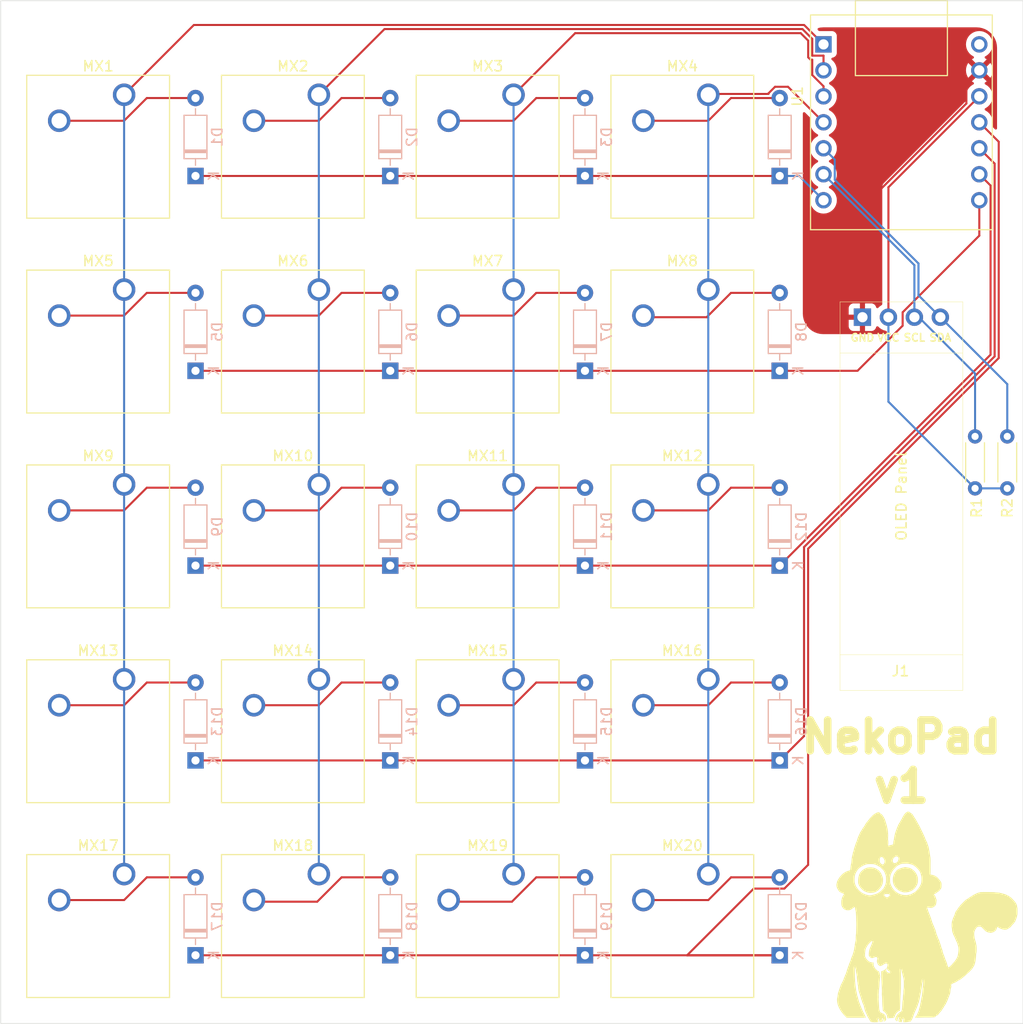
<source format=kicad_pcb>
(kicad_pcb (version 20240108) (generator "pcbnew") (generator_version "8.0")
  (layers (0 "F.Cu" jumper) (31 "B.Cu" signal) (34 "B.Paste" user) (35 "F.Paste" user) (36 "B.SilkS" user "B.Silkscreen") (37 "F.SilkS" user "F.Silkscreen") (38 "B.Mask" user) (39 "F.Mask" user) (44 "Edge.Cuts" user))
  (net 0 "")
  (net 1 "Net-(D1-A)")
  (net 2 "R0")
  (net 3 "Net-(D2-A)")
  (net 4 "Net-(D3-A)")
  (net 5 "Net-(D4-A)")
  (net 6 "R1")
  (net 7 "Net-(D5-A)")
  (net 8 "Net-(D6-A)")
  (net 9 "Net-(D7-A)")
  (net 10 "Net-(D8-A)")
  (net 11 "Net-(D9-A)")
  (net 12 "R2")
  (net 13 "Net-(D10-A)")
  (net 14 "Net-(D11-A)")
  (net 15 "Net-(D12-A)")
  (net 16 "R3")
  (net 17 "Net-(D13-A)")
  (net 18 "Net-(D14-A)")
  (net 19 "Net-(D15-A)")
  (net 20 "Net-(D16-A)")
  (net 21 "Net-(D17-A)")
  (net 22 "R4")
  (net 23 "Net-(D18-A)")
  (net 24 "Net-(D19-A)")
  (net 25 "Net-(D20-A)")
  (net 26 "C0")
  (net 27 "C1")
  (net 28 "C2")
  (net 29 "C3")
  (net 30 "SCL")
  (net 31 "SDA")
  (net 32 "+3V3")
  (net 33 "GND")
  (net 34 "unconnected-(U1-5V-Pad14)")
  (footprint "Button_Switch_Keyboard:SW_Cherry_MX_1.00u_PCB" (layer "F.Cu") (at 159.7025 118.745)
    (property "Reference" "MX15" (at -2.54 -2.794 0) (layer "F.SilkS"))
    (property "Value" "MX_SW_solder")
    (pad "" np_thru_hole circle (at -7.62 5.08) (size 1.7 1.7) (drill 1.7) (layers "*.Cu" "*.Mask"))
    (pad "" np_thru_hole circle (at -2.54 5.08) (size 4 4) (drill 4) (layers "*.Cu" "*.Mask"))
    (pad "" np_thru_hole circle (at 2.54 5.08) (size 1.7 1.7) (drill 1.7) (layers "*.Cu" "*.Mask"))
    (pad "1" thru_hole circle (at 0 0) (size 2.2 2.2) (drill 1.5) (layers "*.Cu" "*.Mask") (net 28 "C2"))
    (pad "2" thru_hole circle (at -6.35 2.54) (size 2.2 2.2) (drill 1.5) (layers "*.Cu" "*.Mask") (net 19 "Net-(D15-A)"))
  )
  (footprint "Button_Switch_Keyboard:SW_Cherry_MX_1.00u_PCB" (layer "F.Cu") (at 121.6025 80.645)
    (property "Reference" "MX5" (at -2.54 -2.794 0) (layer "F.SilkS"))
    (property "Value" "MX_SW_solder")
    (pad "" np_thru_hole circle (at -7.62 5.08) (size 1.7 1.7) (drill 1.7) (layers "*.Cu" "*.Mask"))
    (pad "" np_thru_hole circle (at -2.54 5.08) (size 4 4) (drill 4) (layers "*.Cu" "*.Mask"))
    (pad "" np_thru_hole circle (at 2.54 5.08) (size 1.7 1.7) (drill 1.7) (layers "*.Cu" "*.Mask"))
    (pad "1" thru_hole circle (at 0 0) (size 2.2 2.2) (drill 1.5) (layers "*.Cu" "*.Mask") (net 26 "C0"))
    (pad "2" thru_hole circle (at -6.35 2.54) (size 2.2 2.2) (drill 1.5) (layers "*.Cu" "*.Mask") (net 7 "Net-(D5-A)"))
  )
  (footprint "Button_Switch_Keyboard:SW_Cherry_MX_1.00u_PCB" (layer "F.Cu") (at 140.6525 137.795)
    (property "Reference" "MX18" (at -2.54 -2.794 0) (layer "F.SilkS"))
    (property "Value" "MX_SW_solder")
    (pad "" np_thru_hole circle (at -7.62 5.08) (size 1.7 1.7) (drill 1.7) (layers "*.Cu" "*.Mask"))
    (pad "" np_thru_hole circle (at -2.54 5.08) (size 4 4) (drill 4) (layers "*.Cu" "*.Mask"))
    (pad "" np_thru_hole circle (at 2.54 5.08) (size 1.7 1.7) (drill 1.7) (layers "*.Cu" "*.Mask"))
    (pad "1" thru_hole circle (at 0 0) (size 2.2 2.2) (drill 1.5) (layers "*.Cu" "*.Mask") (net 27 "C1"))
    (pad "2" thru_hole circle (at -6.35 2.54) (size 2.2 2.2) (drill 1.5) (layers "*.Cu" "*.Mask") (net 23 "Net-(D18-A)"))
  )
  (footprint "Button_Switch_Keyboard:SW_Cherry_MX_1.00u_PCB" (layer "F.Cu") (at 178.7525 137.795)
    (property "Reference" "MX20" (at -2.54 -2.794 0) (layer "F.SilkS"))
    (property "Value" "MX_SW_solder")
    (pad "" np_thru_hole circle (at -7.62 5.08) (size 1.7 1.7) (drill 1.7) (layers "*.Cu" "*.Mask"))
    (pad "" np_thru_hole circle (at -2.54 5.08) (size 4 4) (drill 4) (layers "*.Cu" "*.Mask"))
    (pad "" np_thru_hole circle (at 2.54 5.08) (size 1.7 1.7) (drill 1.7) (layers "*.Cu" "*.Mask"))
    (pad "1" thru_hole circle (at 0 0) (size 2.2 2.2) (drill 1.5) (layers "*.Cu" "*.Mask") (net 29 "C3"))
    (pad "2" thru_hole circle (at -6.35 2.54) (size 2.2 2.2) (drill 1.5) (layers "*.Cu" "*.Mask") (net 25 "Net-(D20-A)"))
  )
  (footprint "Button_Switch_Keyboard:SW_Cherry_MX_1.00u_PCB" (layer "F.Cu") (at 140.6525 118.745)
    (property "Reference" "MX14" (at -2.54 -2.794 0) (layer "F.SilkS"))
    (property "Value" "MX_SW_solder")
    (pad "" np_thru_hole circle (at -7.62 5.08) (size 1.7 1.7) (drill 1.7) (layers "*.Cu" "*.Mask"))
    (pad "" np_thru_hole circle (at -2.54 5.08) (size 4 4) (drill 4) (layers "*.Cu" "*.Mask"))
    (pad "" np_thru_hole circle (at 2.54 5.08) (size 1.7 1.7) (drill 1.7) (layers "*.Cu" "*.Mask"))
    (pad "1" thru_hole circle (at 0 0) (size 2.2 2.2) (drill 1.5) (layers "*.Cu" "*.Mask") (net 27 "C1"))
    (pad "2" thru_hole circle (at -6.35 2.54) (size 2.2 2.2) (drill 1.5) (layers "*.Cu" "*.Mask") (net 18 "Net-(D14-A)"))
  )
  (footprint "Button_Switch_Keyboard:SW_Cherry_MX_1.00u_PCB" (layer "F.Cu") (at 159.7025 61.595)
    (property "Reference" "MX3" (at -2.54 -2.794 0) (layer "F.SilkS"))
    (property "Value" "MX_SW_solder")
    (pad "" np_thru_hole circle (at -7.62 5.08) (size 1.7 1.7) (drill 1.7) (layers "*.Cu" "*.Mask"))
    (pad "" np_thru_hole circle (at -2.54 5.08) (size 4 4) (drill 4) (layers "*.Cu" "*.Mask"))
    (pad "" np_thru_hole circle (at 2.54 5.08) (size 1.7 1.7) (drill 1.7) (layers "*.Cu" "*.Mask"))
    (pad "1" thru_hole circle (at 0 0) (size 2.2 2.2) (drill 1.5) (layers "*.Cu" "*.Mask") (net 28 "C2"))
    (pad "2" thru_hole circle (at -6.35 2.54) (size 2.2 2.2) (drill 1.5) (layers "*.Cu" "*.Mask") (net 4 "Net-(D3-A)"))
  )
  (footprint "Misc_Custom:var2" (layer "F.Cu") (at 200 142)
    (property "Reference" "G***" (hide yes))
    (property "Value" "LOGO" (hide yes))
  )
  (footprint "Button_Switch_Keyboard:SW_Cherry_MX_1.00u_PCB" (layer "F.Cu") (at 140.6525 61.595)
    (property "Reference" "MX2" (at -2.54 -2.794 0) (layer "F.SilkS"))
    (property "Value" "MX_SW_solder")
    (pad "" np_thru_hole circle (at -7.62 5.08) (size 1.7 1.7) (drill 1.7) (layers "*.Cu" "*.Mask"))
    (pad "" np_thru_hole circle (at -2.54 5.08) (size 4 4) (drill 4) (layers "*.Cu" "*.Mask"))
    (pad "" np_thru_hole circle (at 2.54 5.08) (size 1.7 1.7) (drill 1.7) (layers "*.Cu" "*.Mask"))
    (pad "1" thru_hole circle (at 0 0) (size 2.2 2.2) (drill 1.5) (layers "*.Cu" "*.Mask") (net 27 "C1"))
    (pad "2" thru_hole circle (at -6.35 2.54) (size 2.2 2.2) (drill 1.5) (layers "*.Cu" "*.Mask") (net 3 "Net-(D2-A)"))
  )
  (footprint "Button_Switch_Keyboard:SW_Cherry_MX_1.00u_PCB" (layer "F.Cu") (at 121.6025 118.745)
    (property "Reference" "MX13" (at -2.54 -2.794 0) (layer "F.SilkS"))
    (property "Value" "MX_SW_solder")
    (pad "" np_thru_hole circle (at -7.62 5.08) (size 1.7 1.7) (drill 1.7) (layers "*.Cu" "*.Mask"))
    (pad "" np_thru_hole circle (at -2.54 5.08) (size 4 4) (drill 4) (layers "*.Cu" "*.Mask"))
    (pad "" np_thru_hole circle (at 2.54 5.08) (size 1.7 1.7) (drill 1.7) (layers "*.Cu" "*.Mask"))
    (pad "1" thru_hole circle (at 0 0) (size 2.2 2.2) (drill 1.5) (layers "*.Cu" "*.Mask") (net 26 "C0"))
    (pad "2" thru_hole circle (at -6.35 2.54) (size 2.2 2.2) (drill 1.5) (layers "*.Cu" "*.Mask") (net 17 "Net-(D13-A)"))
  )
  (footprint "Button_Switch_Keyboard:SW_Cherry_MX_1.00u_PCB" (layer "F.Cu") (at 140.6525 80.645)
    (property "Reference" "MX6" (at -2.54 -2.794 0) (layer "F.SilkS"))
    (property "Value" "MX_SW_solder")
    (pad "" np_thru_hole circle (at -7.62 5.08) (size 1.7 1.7) (drill 1.7) (layers "*.Cu" "*.Mask"))
    (pad "" np_thru_hole circle (at -2.54 5.08) (size 4 4) (drill 4) (layers "*.Cu" "*.Mask"))
    (pad "" np_thru_hole circle (at 2.54 5.08) (size 1.7 1.7) (drill 1.7) (layers "*.Cu" "*.Mask"))
    (pad "1" thru_hole circle (at 0 0) (size 2.2 2.2) (drill 1.5) (layers "*.Cu" "*.Mask") (net 27 "C1"))
    (pad "2" thru_hole circle (at -6.35 2.54) (size 2.2 2.2) (drill 1.5) (layers "*.Cu" "*.Mask") (net 8 "Net-(D6-A)"))
  )
  (footprint "Resistor_THT:R_Axial_DIN0204_L3.6mm_D1.6mm_P5.08mm_Horizontal" (layer "F.Cu") (at 204.85 100.08 90)
    (property "Reference" "R1" (at -1.92 0.15 90) (layer "F.SilkS"))
    (property "Value" "4.7kΩ")
    (pad "1" thru_hole circle (at 0 0 90) (size 1.4 1.4) (drill 0.7) (layers "*.Cu" "*.Mask") (net 32 "+3V3"))
    (pad "2" thru_hole oval (at 5.08 0 90) (size 1.4 1.4) (drill 0.7) (layers "*.Cu" "*.Mask") (net 30 "SCL"))
  )
  (footprint "Button_Switch_Keyboard:SW_Cherry_MX_1.00u_PCB" (layer "F.Cu") (at 178.7525 61.595)
    (property "Reference" "MX4" (at -2.54 -2.794 0) (layer "F.SilkS"))
    (property "Value" "MX_SW_solder")
    (pad "" np_thru_hole circle (at -7.62 5.08) (size 1.7 1.7) (drill 1.7) (layers "*.Cu" "*.Mask"))
    (pad "" np_thru_hole circle (at -2.54 5.08) (size 4 4) (drill 4) (layers "*.Cu" "*.Mask"))
    (pad "" np_thru_hole circle (at 2.54 5.08) (size 1.7 1.7) (drill 1.7) (layers "*.Cu" "*.Mask"))
    (pad "1" thru_hole circle (at 0 0) (size 2.2 2.2) (drill 1.5) (layers "*.Cu" "*.Mask") (net 29 "C3"))
    (pad "2" thru_hole circle (at -6.35 2.54) (size 2.2 2.2) (drill 1.5) (layers "*.Cu" "*.Mask") (net 5 "Net-(D4-A)"))
  )
  (footprint "Button_Switch_Keyboard:SW_Cherry_MX_1.00u_PCB" (layer "F.Cu") (at 159.7025 137.795)
    (property "Reference" "MX19" (at -2.54 -2.794 0) (layer "F.SilkS"))
    (property "Value" "MX_SW_solder")
    (pad "" np_thru_hole circle (at -7.62 5.08) (size 1.7 1.7) (drill 1.7) (layers "*.Cu" "*.Mask"))
    (pad "" np_thru_hole circle (at -2.54 5.08) (size 4 4) (drill 4) (layers "*.Cu" "*.Mask"))
    (pad "" np_thru_hole circle (at 2.54 5.08) (size 1.7 1.7) (drill 1.7) (layers "*.Cu" "*.Mask"))
    (pad "1" thru_hole circle (at 0 0) (size 2.2 2.2) (drill 1.5) (layers "*.Cu" "*.Mask") (net 28 "C2"))
    (pad "2" thru_hole circle (at -6.35 2.54) (size 2.2 2.2) (drill 1.5) (layers "*.Cu" "*.Mask") (net 24 "Net-(D19-A)"))
  )
  (footprint "Button_Switch_Keyboard:SW_Cherry_MX_1.00u_PCB" (layer "F.Cu") (at 140.6525 99.695)
    (property "Reference" "MX10" (at -2.54 -2.794 0) (layer "F.SilkS"))
    (property "Value" "MX_SW_solder")
    (pad "" np_thru_hole circle (at -7.62 5.08) (size 1.7 1.7) (drill 1.7) (layers "*.Cu" "*.Mask"))
    (pad "" np_thru_hole circle (at -2.54 5.08) (size 4 4) (drill 4) (layers "*.Cu" "*.Mask"))
    (pad "" np_thru_hole circle (at 2.54 5.08) (size 1.7 1.7) (drill 1.7) (layers "*.Cu" "*.Mask"))
    (pad "1" thru_hole circle (at 0 0) (size 2.2 2.2) (drill 1.5) (layers "*.Cu" "*.Mask") (net 27 "C1"))
    (pad "2" thru_hole circle (at -6.35 2.54) (size 2.2 2.2) (drill 1.5) (layers "*.Cu" "*.Mask") (net 13 "Net-(D10-A)"))
  )
  (footprint "Button_Switch_Keyboard:SW_Cherry_MX_1.00u_PCB" (layer "F.Cu") (at 178.7525 99.695)
    (property "Reference" "MX12" (at -2.54 -2.794 0) (layer "F.SilkS"))
    (property "Value" "MX_SW_solder")
    (pad "" np_thru_hole circle (at -7.62 5.08) (size 1.7 1.7) (drill 1.7) (layers "*.Cu" "*.Mask"))
    (pad "" np_thru_hole circle (at -2.54 5.08) (size 4 4) (drill 4) (layers "*.Cu" "*.Mask"))
    (pad "" np_thru_hole circle (at 2.54 5.08) (size 1.7 1.7) (drill 1.7) (layers "*.Cu" "*.Mask"))
    (pad "1" thru_hole circle (at 0 0) (size 2.2 2.2) (drill 1.5) (layers "*.Cu" "*.Mask") (net 29 "C3"))
    (pad "2" thru_hole circle (at -6.35 2.54) (size 2.2 2.2) (drill 1.5) (layers "*.Cu" "*.Mask") (net 15 "Net-(D12-A)"))
  )
  (footprint "Button_Switch_Keyboard:SW_Cherry_MX_1.00u_PCB" (layer "F.Cu") (at 159.7025 99.695)
    (property "Reference" "MX11" (at -2.54 -2.794 0) (layer "F.SilkS"))
    (property "Value" "MX_SW_solder")
    (pad "" np_thru_hole circle (at -7.62 5.08) (size 1.7 1.7) (drill 1.7) (layers "*.Cu" "*.Mask"))
    (pad "" np_thru_hole circle (at -2.54 5.08) (size 4 4) (drill 4) (layers "*.Cu" "*.Mask"))
    (pad "" np_thru_hole circle (at 2.54 5.08) (size 1.7 1.7) (drill 1.7) (layers "*.Cu" "*.Mask"))
    (pad "1" thru_hole circle (at 0 0) (size 2.2 2.2) (drill 1.5) (layers "*.Cu" "*.Mask") (net 28 "C2"))
    (pad "2" thru_hole circle (at -6.35 2.54) (size 2.2 2.2) (drill 1.5) (layers "*.Cu" "*.Mask") (net 14 "Net-(D11-A)"))
  )
  (footprint "Misc_Custom:SSD1306-0.91-OLED-4pin-128x32" (layer "F.Cu") (at 191.64375 119.84375 90)
    (property "Reference" "J1" (at 1.9 5.91 0) (layer "F.SilkS"))
    (property "Value" "Conn_01x04")
    (fp_text user "SDA" (at 34.5 9.81 0) (layer "F.SilkS") (effects (font (size 0.75 0.75))))
    (fp_text user "OLED Panel" (at 19 6 90) (layer "F.SilkS"))
    (fp_text user "SCL" (at 34.5 7.27 0) (layer "F.SilkS") (effects (font (size 0.75 0.75))))
    (fp_text user "GND" (at 34.5 2.19 0) (layer "F.SilkS") (effects (font (size 0.75 0.75))))
    (fp_text user "VCC" (at 34.5 4.73 0) (layer "F.SilkS") (effects (font (size 0.75 0.75))))
    (pad "1" thru_hole rect (at 36.5 2.19 90) (size 1.7 1.7) (drill 1) (layers "*.Cu" "*.Mask") (net 33 "GND"))
    (pad "2" thru_hole oval (at 36.5 4.73 90) (size 1.7 1.7) (drill 1) (layers "*.Cu" "*.Mask") (net 32 "+3V3"))
    (pad "3" thru_hole oval (at 36.5 7.27 90) (size 1.7 1.7) (drill 1) (layers "*.Cu" "*.Mask") (net 30 "SCL"))
    (pad "4" thru_hole oval (at 36.5 9.81 90) (size 1.7 1.7) (drill 1) (layers "*.Cu" "*.Mask") (net 31 "SDA"))
  )
  (footprint "Resistor_THT:R_Axial_DIN0204_L3.6mm_D1.6mm_P5.08mm_Horizontal" (layer "F.Cu") (at 208 100.08 90)
    (property "Reference" "R2" (at -1.92 0 90) (layer "F.SilkS"))
    (property "Value" "4.7kΩ")
    (pad "1" thru_hole circle (at 0 0 90) (size 1.4 1.4) (drill 0.7) (layers "*.Cu" "*.Mask") (net 32 "+3V3"))
    (pad "2" thru_hole oval (at 5.08 0 90) (size 1.4 1.4) (drill 0.7) (layers "*.Cu" "*.Mask") (net 31 "SDA"))
  )
  (footprint "Button_Switch_Keyboard:SW_Cherry_MX_1.00u_PCB" (layer "F.Cu") (at 178.7525 118.745)
    (property "Reference" "MX16" (at -2.54 -2.794 0) (layer "F.SilkS"))
    (property "Value" "MX_SW_solder")
    (pad "" np_thru_hole circle (at -7.62 5.08) (size 1.7 1.7) (drill 1.7) (layers "*.Cu" "*.Mask"))
    (pad "" np_thru_hole circle (at -2.54 5.08) (size 4 4) (drill 4) (layers "*.Cu" "*.Mask"))
    (pad "" np_thru_hole circle (at 2.54 5.08) (size 1.7 1.7) (drill 1.7) (layers "*.Cu" "*.Mask"))
    (pad "1" thru_hole circle (at 0 0) (size 2.2 2.2) (drill 1.5) (layers "*.Cu" "*.Mask") (net 29 "C3"))
    (pad "2" thru_hole circle (at -6.35 2.54) (size 2.2 2.2) (drill 1.5) (layers "*.Cu" "*.Mask") (net 20 "Net-(D16-A)"))
  )
  (footprint "Button_Switch_Keyboard:SW_Cherry_MX_1.00u_PCB" (layer "F.Cu") (at 159.7025 80.645)
    (property "Reference" "MX7" (at -2.54 -2.794 0) (layer "F.SilkS"))
    (property "Value" "MX_SW_solder")
    (pad "" np_thru_hole circle (at -7.62 5.08) (size 1.7 1.7) (drill 1.7) (layers "*.Cu" "*.Mask"))
    (pad "" np_thru_hole circle (at -2.54 5.08) (size 4 4) (drill 4) (layers "*.Cu" "*.Mask"))
    (pad "" np_thru_hole circle (at 2.54 5.08) (size 1.7 1.7) (drill 1.7) (layers "*.Cu" "*.Mask"))
    (pad "1" thru_hole circle (at 0 0) (size 2.2 2.2) (drill 1.5) (layers "*.Cu" "*.Mask") (net 28 "C2"))
    (pad "2" thru_hole circle (at -6.35 2.54) (size 2.2 2.2) (drill 1.5) (layers "*.Cu" "*.Mask") (net 9 "Net-(D7-A)"))
  )
  (footprint "Button_Switch_Keyboard:SW_Cherry_MX_1.00u_PCB" (layer "F.Cu") (at 121.6025 137.795)
    (property "Reference" "MX17" (at -2.54 -2.794 0) (layer "F.SilkS"))
    (property "Value" "MX_SW_solder")
    (pad "" np_thru_hole circle (at -7.62 5.08) (size 1.7 1.7) (drill 1.7) (layers "*.Cu" "*.Mask"))
    (pad "" np_thru_hole circle (at -2.54 5.08) (size 4 4) (drill 4) (layers "*.Cu" "*.Mask"))
    (pad "" np_thru_hole circle (at 2.54 5.08) (size 1.7 1.7) (drill 1.7) (layers "*.Cu" "*.Mask"))
    (pad "1" thru_hole circle (at 0 0) (size 2.2 2.2) (drill 1.5) (layers "*.Cu" "*.Mask") (net 26 "C0"))
    (pad "2" thru_hole circle (at -6.35 2.54) (size 2.2 2.2) (drill 1.5) (layers "*.Cu" "*.Mask") (net 21 "Net-(D17-A)"))
  )
  (footprint "Button_Switch_Keyboard:SW_Cherry_MX_1.00u_PCB" (layer "F.Cu") (at 178.7525 80.645)
    (property "Reference" "MX8" (at -2.54 -2.794 0) (layer "F.SilkS"))
    (property "Value" "MX_SW_solder")
    (pad "" np_thru_hole circle (at -7.62 5.08) (size 1.7 1.7) (drill 1.7) (layers "*.Cu" "*.Mask"))
    (pad "" np_thru_hole circle (at -2.54 5.08) (size 4 4) (drill 4) (layers "*.Cu" "*.Mask"))
    (pad "" np_thru_hole circle (at 2.54 5.08) (size 1.7 1.7) (drill 1.7) (layers "*.Cu" "*.Mask"))
    (pad "1" thru_hole circle (at 0 0) (size 2.2 2.2) (drill 1.5) (layers "*.Cu" "*.Mask") (net 29 "C3"))
    (pad "2" thru_hole circle (at -6.35 2.54) (size 2.2 2.2) (drill 1.5) (layers "*.Cu" "*.Mask") (net 10 "Net-(D8-A)"))
  )
  (footprint "XIAO_PCB:MOUDLE14P-2.54-21X17.8MM" (layer "F.Cu") (at 197.64375 64.2875 90)
    (property "Reference" "U1" (at 2.54 -10.16 90) (layer "F.SilkS"))
    (property "Value" "MOUDLE-SEEEDUINO-XIAO")
    (pad "1" thru_hole rect (at 7.62 -7.62 90) (size 1.6 1.6) (drill 1) (layers "*.Cu" "*.Mask") (net 26 "C0"))
    (pad "2" thru_hole circle (at 5.08 -7.62 90) (size 1.6 1.6) (drill 1) (layers "*.Cu" "*.Mask") (net 27 "C1"))
    (pad "3" thru_hole circle (at 2.54 -7.62 90) (size 1.6 1.6) (drill 1) (layers "*.Cu" "*.Mask") (net 28 "C2"))
    (pad "4" thru_hole circle (at 0 -7.62 90) (size 1.6 1.6) (drill 1) (layers "*.Cu" "*.Mask") (net 29 "C3"))
    (pad "5" thru_hole circle (at -2.54 -7.62 90) (size 1.6 1.6) (drill 1) (layers "*.Cu" "*.Mask") (net 31 "SDA"))
    (pad "6" thru_hole circle (at -5.08 -7.62 90) (size 1.6 1.6) (drill 1) (layers "*.Cu" "*.Mask") (net 30 "SCL"))
    (pad "7" thru_hole circle (at -7.62 -7.62 90) (size 1.6 1.6) (drill 1) (layers "*.Cu" "*.Mask") (net 2 "R0"))
    (pad "8" thru_hole circle (at -7.62 7.62 90) (size 1.6 1.6) (drill 1) (layers "*.Cu" "*.Mask") (net 6 "R1"))
    (pad "9" thru_hole circle (at -5.08 7.62 90) (size 1.6 1.6) (drill 1) (layers "*.Cu" "*.Mask") (net 12 "R2"))
    (pad "10" thru_hole circle (at -2.54 7.62 90) (size 1.6 1.6) (drill 1) (layers "*.Cu" "*.Mask") (net 16 "R3"))
    (pad "11" thru_hole circle (at 0 7.62 90) (size 1.6 1.6) (drill 1) (layers "*.Cu" "*.Mask") (net 22 "R4"))
    (pad "12" thru_hole circle (at 2.54 7.62 90) (size 1.6 1.6) (drill 1) (layers "*.Cu" "*.Mask") (net 32 "+3V3"))
    (pad "13" thru_hole circle (at 5.08 7.62 90) (size 1.6 1.6) (drill 1) (layers "*.Cu" "*.Mask") (net 33 "GND"))
    (pad "14" thru_hole circle (at 7.62 7.62 90) (size 1.6 1.6) (drill 1) (layers "*.Cu" "*.Mask") (net 34 "unconnected-(U1-5V-Pad14)"))
  )
  (footprint "Button_Switch_Keyboard:SW_Cherry_MX_1.00u_PCB" (layer "F.Cu") (at 121.6025 61.595)
    (property "Reference" "MX1" (at -2.54 -2.794 0) (layer "F.SilkS"))
    (property "Value" "MX_SW_solder")
    (pad "" np_thru_hole circle (at -7.62 5.08) (size 1.7 1.7) (drill 1.7) (layers "*.Cu" "*.Mask"))
    (pad "" np_thru_hole circle (at -2.54 5.08) (size 4 4) (drill 4) (layers "*.Cu" "*.Mask"))
    (pad "" np_thru_hole circle (at 2.54 5.08) (size 1.7 1.7) (drill 1.7) (layers "*.Cu" "*.Mask"))
    (pad "1" thru_hole circle (at 0 0) (size 2.2 2.2) (drill 1.5) (layers "*.Cu" "*.Mask") (net 26 "C0"))
    (pad "2" thru_hole circle (at -6.35 2.54) (size 2.2 2.2) (drill 1.5) (layers "*.Cu" "*.Mask") (net 1 "Net-(D1-A)"))
  )
  (footprint "Button_Switch_Keyboard:SW_Cherry_MX_1.00u_PCB" (layer "F.Cu") (at 121.6025 99.695)
    (property "Reference" "MX9" (at -2.54 -2.794 0) (layer "F.SilkS"))
    (property "Value" "MX_SW_solder")
    (pad "" np_thru_hole circle (at -7.62 5.08) (size 1.7 1.7) (drill 1.7) (layers "*.Cu" "*.Mask"))
    (pad "" np_thru_hole circle (at -2.54 5.08) (size 4 4) (drill 4) (layers "*.Cu" "*.Mask"))
    (pad "" np_thru_hole circle (at 2.54 5.08) (size 1.7 1.7) (drill 1.7) (layers "*.Cu" "*.Mask"))
    (pad "1" thru_hole circle (at 0 0) (size 2.2 2.2) (drill 1.5) (layers "*.Cu" "*.Mask") (net 26 "C0"))
    (pad "2" thru_hole circle (at -6.35 2.54) (size 2.2 2.2) (drill 1.5) (layers "*.Cu" "*.Mask") (net 11 "Net-(D9-A)"))
  )
  (footprint "Diode_THT:D_DO-35_SOD27_P7.62mm_Horizontal" (layer "B.Cu") (at 147.6375 107.6325 90)
    (property "Reference" "D10" (at 3.81 2.12 90) (layer "B.SilkS") (effects (justify mirror)))
    (property "Value" "1N4148")
    (fp_text user "K" (at 0 1.8 90) (layer "B.SilkS") (effects (justify mirror)))
    (pad "1" thru_hole rect (at 0 0 90) (size 1.6 1.6) (drill 0.8) (layers "*.Cu" "*.Mask") (net 12 "R2"))
    (pad "2" thru_hole oval (at 7.62 0 90) (size 1.6 1.6) (drill 0.8) (layers "*.Cu" "*.Mask") (net 13 "Net-(D10-A)"))
  )
  (footprint "Diode_THT:D_DO-35_SOD27_P7.62mm_Horizontal" (layer "B.Cu") (at 128.5875 69.5325 90)
    (property "Reference" "D1" (at 3.81 2.12 90) (layer "B.SilkS") (effects (justify mirror)))
    (property "Value" "1N4148")
    (fp_text user "K" (at 0 1.8 90) (layer "B.SilkS") (effects (justify mirror)))
    (pad "1" thru_hole rect (at 0 0 90) (size 1.6 1.6) (drill 0.8) (layers "*.Cu" "*.Mask") (net 2 "R0"))
    (pad "2" thru_hole oval (at 7.62 0 90) (size 1.6 1.6) (drill 0.8) (layers "*.Cu" "*.Mask") (net 1 "Net-(D1-A)"))
  )
  (footprint "Diode_THT:D_DO-35_SOD27_P7.62mm_Horizontal" (layer "B.Cu") (at 166.6875 145.7325 90)
    (property "Reference" "D19" (at 3.81 2.12 90) (layer "B.SilkS") (effects (justify mirror)))
    (property "Value" "1N4148")
    (fp_text user "K" (at 0 1.8 90) (layer "B.SilkS") (effects (justify mirror)))
    (pad "1" thru_hole rect (at 0 0 90) (size 1.6 1.6) (drill 0.8) (layers "*.Cu" "*.Mask") (net 22 "R4"))
    (pad "2" thru_hole oval (at 7.62 0 90) (size 1.6 1.6) (drill 0.8) (layers "*.Cu" "*.Mask") (net 24 "Net-(D19-A)"))
  )
  (footprint "Diode_THT:D_DO-35_SOD27_P7.62mm_Horizontal" (layer "B.Cu") (at 128.5875 126.6825 90)
    (property "Reference" "D13" (at 3.81 2.12 90) (layer "B.SilkS") (effects (justify mirror)))
    (property "Value" "1N4148")
    (fp_text user "K" (at 0 1.8 90) (layer "B.SilkS") (effects (justify mirror)))
    (pad "1" thru_hole rect (at 0 0 90) (size 1.6 1.6) (drill 0.8) (layers "*.Cu" "*.Mask") (net 16 "R3"))
    (pad "2" thru_hole oval (at 7.62 0 90) (size 1.6 1.6) (drill 0.8) (layers "*.Cu" "*.Mask") (net 17 "Net-(D13-A)"))
  )
  (footprint "Diode_THT:D_DO-35_SOD27_P7.62mm_Horizontal" (layer "B.Cu") (at 147.6375 145.7325 90)
    (property "Reference" "D18" (at 3.81 2.12 90) (layer "B.SilkS") (effects (justify mirror)))
    (property "Value" "1N4148")
    (fp_text user "K" (at 0 1.8 90) (layer "B.SilkS") (effects (justify mirror)))
    (pad "1" thru_hole rect (at 0 0 90) (size 1.6 1.6) (drill 0.8) (layers "*.Cu" "*.Mask") (net 22 "R4"))
    (pad "2" thru_hole oval (at 7.62 0 90) (size 1.6 1.6) (drill 0.8) (layers "*.Cu" "*.Mask") (net 23 "Net-(D18-A)"))
  )
  (footprint "Diode_THT:D_DO-35_SOD27_P7.62mm_Horizontal" (layer "B.Cu") (at 147.6375 69.5325 90)
    (property "Reference" "D2" (at 3.81 2.12 90) (layer "B.SilkS") (effects (justify mirror)))
    (property "Value" "1N4148")
    (fp_text user "K" (at 0 1.8 90) (layer "B.SilkS") (effects (justify mirror)))
    (pad "1" thru_hole rect (at 0 0 90) (size 1.6 1.6) (drill 0.8) (layers "*.Cu" "*.Mask") (net 2 "R0"))
    (pad "2" thru_hole oval (at 7.62 0 90) (size 1.6 1.6) (drill 0.8) (layers "*.Cu" "*.Mask") (net 3 "Net-(D2-A)"))
  )
  (footprint "Diode_THT:D_DO-35_SOD27_P7.62mm_Horizontal" (layer "B.Cu") (at 166.6875 107.6325 90)
    (property "Reference" "D11" (at 3.81 2.12 90) (layer "B.SilkS") (effects (justify mirror)))
    (property "Value" "1N4148" (hide yes))
    (fp_text user "K" (at 0 1.8 90) (layer "B.SilkS") (effects (justify mirror)))
    (pad "1" thru_hole rect (at 0 0 90) (size 1.6 1.6) (drill 0.8) (layers "*.Cu" "*.Mask") (net 12 "R2"))
    (pad "2" thru_hole oval (at 7.62 0 90) (size 1.6 1.6) (drill 0.8) (layers "*.Cu" "*.Mask") (net 14 "Net-(D11-A)"))
  )
  (footprint "Diode_THT:D_DO-35_SOD27_P7.62mm_Horizontal" (layer "B.Cu") (at 166.6875 69.5325 90)
    (property "Reference" "D3" (at 3.81 2.12 90) (layer "B.SilkS") (effects (justify mirror)))
    (property "Value" "1N4148")
    (fp_text user "K" (at 0 1.8 90) (layer "B.SilkS") (effects (justify mirror)))
    (pad "1" thru_hole rect (at 0 0 90) (size 1.6 1.6) (drill 0.8) (layers "*.Cu" "*.Mask") (net 2 "R0"))
    (pad "2" thru_hole oval (at 7.62 0 90) (size 1.6 1.6) (drill 0.8) (layers "*.Cu" "*.Mask") (net 4 "Net-(D3-A)"))
  )
  (footprint "Diode_THT:D_DO-35_SOD27_P7.62mm_Horizontal" (layer "B.Cu") (at 128.5875 145.7325 90)
    (property "Reference" "D17" (at 3.81 2.12 90) (layer "B.SilkS") (effects (justify mirror)))
    (property "Value" "1N4148")
    (fp_text user "K" (at 0 1.8 90) (layer "B.SilkS") (effects (justify mirror)))
    (pad "1" thru_hole rect (at 0 0 90) (size 1.6 1.6) (drill 0.8) (layers "*.Cu" "*.Mask") (net 22 "R4"))
    (pad "2" thru_hole oval (at 7.62 0 90) (size 1.6 1.6) (drill 0.8) (layers "*.Cu" "*.Mask") (net 21 "Net-(D17-A)"))
  )
  (footprint "Diode_THT:D_DO-35_SOD27_P7.62mm_Horizontal" (layer "B.Cu") (at 185.7375 126.6825 90)
    (property "Reference" "D16" (at 3.81 2.12 90) (layer "B.SilkS") (effects (justify mirror)))
    (property "Value" "1N4148")
    (fp_text user "K" (at 0 1.8 90) (layer "B.SilkS") (effects (justify mirror)))
    (pad "1" thru_hole rect (at 0 0 90) (size 1.6 1.6) (drill 0.8) (layers "*.Cu" "*.Mask") (net 16 "R3"))
    (pad "2" thru_hole oval (at 7.62 0 90) (size 1.6 1.6) (drill 0.8) (layers "*.Cu" "*.Mask") (net 20 "Net-(D16-A)"))
  )
  (footprint "Diode_THT:D_DO-35_SOD27_P7.62mm_Horizontal" (layer "B.Cu") (at 128.5875 107.6325 90)
    (property "Reference" "D9" (at 3.81 2.12 90) (layer "B.SilkS") (effects (justify mirror)))
    (property "Value" "1N4148")
    (fp_text user "K" (at 0 1.8 90) (layer "B.SilkS") (effects (justify mirror)))
    (pad "1" thru_hole rect (at 0 0 90) (size 1.6 1.6) (drill 0.8) (layers "*.Cu" "*.Mask") (net 12 "R2"))
    (pad "2" thru_hole oval (at 7.62 0 90) (size 1.6 1.6) (drill 0.8) (layers "*.Cu" "*.Mask") (net 11 "Net-(D9-A)"))
  )
  (footprint "Diode_THT:D_DO-35_SOD27_P7.62mm_Horizontal" (layer "B.Cu") (at 185.7375 107.6325 90)
    (property "Reference" "D12" (at 3.81 2.12 90) (layer "B.SilkS") (effects (justify mirror)))
    (property "Value" "1N4148")
    (fp_text user "K" (at 0 1.8 90) (layer "B.SilkS") (effects (justify mirror)))
    (pad "1" thru_hole rect (at 0 0 90) (size 1.6 1.6) (drill 0.8) (layers "*.Cu" "*.Mask") (net 12 "R2"))
    (pad "2" thru_hole oval (at 7.62 0 90) (size 1.6 1.6) (drill 0.8) (layers "*.Cu" "*.Mask") (net 15 "Net-(D12-A)"))
  )
  (footprint "Diode_THT:D_DO-35_SOD27_P7.62mm_Horizontal" (layer "B.Cu") (at 147.6375 88.5825 90)
    (property "Reference" "D6" (at 3.81 2.12 90) (layer "B.SilkS") (effects (justify mirror)))
    (property "Value" "1N4148")
    (fp_text user "K" (at 0 1.8 90) (layer "B.SilkS") (effects (justify mirror)))
    (pad "1" thru_hole rect (at 0 0 90) (size 1.6 1.6) (drill 0.8) (layers "*.Cu" "*.Mask") (net 6 "R1"))
    (pad "2" thru_hole oval (at 7.62 0 90) (size 1.6 1.6) (drill 0.8) (layers "*.Cu" "*.Mask") (net 8 "Net-(D6-A)"))
  )
  (footprint "Diode_THT:D_DO-35_SOD27_P7.62mm_Horizontal" (layer "B.Cu") (at 166.6875 88.5825 90)
    (property "Reference" "D7" (at 3.81 2.12 90) (layer "B.SilkS") (effects (justify mirror)))
    (property "Value" "1N4148")
    (fp_text user "K" (at 0 1.8 90) (layer "B.SilkS") (effects (justify mirror)))
    (pad "1" thru_hole rect (at 0 0 90) (size 1.6 1.6) (drill 0.8) (layers "*.Cu" "*.Mask") (net 6 "R1"))
    (pad "2" thru_hole oval (at 7.62 0 90) (size 1.6 1.6) (drill 0.8) (layers "*.Cu" "*.Mask") (net 9 "Net-(D7-A)"))
  )
  (footprint "Diode_THT:D_DO-35_SOD27_P7.62mm_Horizontal" (layer "B.Cu") (at 147.6375 126.6825 90)
    (property "Reference" "D14" (at 3.81 2.12 90) (layer "B.SilkS") (effects (justify mirror)))
    (property "Value" "1N4148")
    (fp_text user "K" (at 0 1.8 90) (layer "B.SilkS") (effects (justify mirror)))
    (pad "1" thru_hole rect (at 0 0 90) (size 1.6 1.6) (drill 0.8) (layers "*.Cu" "*.Mask") (net 16 "R3"))
    (pad "2" thru_hole oval (at 7.62 0 90) (size 1.6 1.6) (drill 0.8) (layers "*.Cu" "*.Mask") (net 18 "Net-(D14-A)"))
  )
  (footprint "Diode_THT:D_DO-35_SOD27_P7.62mm_Horizontal" (layer "B.Cu") (at 185.7375 145.7325 90)
    (property "Reference" "D20" (at 3.81 2.12 90) (layer "B.SilkS") (effects (justify mirror)))
    (property "Value" "1N4148")
    (fp_text user "K" (at 0 1.8 90) (layer "B.SilkS") (effects (justify mirror)))
    (pad "1" thru_hole rect (at 0 0 90) (size 1.6 1.6) (drill 0.8) (layers "*.Cu" "*.Mask") (net 22 "R4"))
    (pad "2" thru_hole oval (at 7.62 0 90) (size 1.6 1.6) (drill 0.8) (layers "*.Cu" "*.Mask") (net 25 "Net-(D20-A)"))
  )
  (footprint "Diode_THT:D_DO-35_SOD27_P7.62mm_Horizontal" (layer "B.Cu") (at 185.7375 69.5325 90)
    (property "Reference" "D4" (hide yes))
    (property "Value" "1N4148")
    (fp_text user "K" (at 0 1.8 90) (layer "B.SilkS") (effects (justify mirror)))
    (pad "1" thru_hole rect (at 0 0 90) (size 1.6 1.6) (drill 0.8) (layers "*.Cu" "*.Mask") (net 2 "R0"))
    (pad "2" thru_hole oval (at 7.62 0 90) (size 1.6 1.6) (drill 0.8) (layers "*.Cu" "*.Mask") (net 5 "Net-(D4-A)"))
  )
  (footprint "Diode_THT:D_DO-35_SOD27_P7.62mm_Horizontal" (layer "B.Cu") (at 185.7375 88.5825 90)
    (property "Reference" "D8" (at 3.81 2.12 90) (layer "B.SilkS") (effects (justify mirror)))
    (property "Value" "1N4148")
    (fp_text user "K" (at 0 1.8 90) (layer "B.SilkS") (effects (justify mirror)))
    (pad "1" thru_hole rect (at 0 0 90) (size 1.6 1.6) (drill 0.8) (layers "*.Cu" "*.Mask") (net 6 "R1"))
    (pad "2" thru_hole oval (at 7.62 0 90) (size 1.6 1.6) (drill 0.8) (layers "*.Cu" "*.Mask") (net 10 "Net-(D8-A)"))
  )
  (footprint "Diode_THT:D_DO-35_SOD27_P7.62mm_Horizontal" (layer "B.Cu") (at 166.6875 126.6825 90)
    (property "Reference" "D15" (at 3.81 2.12 90) (layer "B.SilkS") (effects (justify mirror)))
    (property "Value" "1N4148")
    (fp_text user "K" (at 0 1.8 90) (layer "B.SilkS") (effects (justify mirror)))
    (pad "1" thru_hole rect (at 0 0 90) (size 1.6 1.6) (drill 0.8) (layers "*.Cu" "*.Mask") (net 16 "R3"))
    (pad "2" thru_hole oval (at 7.62 0 90) (size 1.6 1.6) (drill 0.8) (layers "*.Cu" "*.Mask") (net 19 "Net-(D15-A)"))
  )
  (footprint "Diode_THT:D_DO-35_SOD27_P7.62mm_Horizontal" (layer "B.Cu") (at 128.5875 88.5825 90)
    (property "Reference" "D5" (at 3.81 2.12 90) (layer "B.SilkS") (effects (justify mirror)))
    (property "Value" "1N4148")
    (fp_text user "K" (at 0 1.8 90) (layer "B.SilkS") (effects (justify mirror)))
    (pad "1" thru_hole rect (at 0 0 90) (size 1.6 1.6) (drill 0.8) (layers "*.Cu" "*.Mask") (net 6 "R1"))
    (pad "2" thru_hole oval (at 7.62 0 90) (size 1.6 1.6) (drill 0.8) (layers "*.Cu" "*.Mask") (net 7 "Net-(D5-A)"))
  )
  (gr_rect (start 109.5375 52.4) (end 209.5375 152.4) (stroke (width 0.05)) (fill none) (layer "Edge.Cuts"))
  (gr_text "NekoPad\nv1" (at 197.64375 130.96875 0) (layer "F.SilkS") (effects (font (size 3 3) (thickness 0.75) (bold yes)) (justify bottom)))
  (segment (start 123.825 61.9125) (end 128.5875 61.9125) (width 0.2) (layer "F.Cu") (net 1))
  (segment (start 121.6025 64.135) (end 123.825 61.9125) (width 0.2) (layer "F.Cu") (net 1))
  (segment (start 115.2525 64.135) (end 121.6025 64.135) (width 0.2) (layer "F.Cu") (net 1))
  (segment (start 128.5875 69.5325) (end 185.7375 69.5325) (width 0.2) (layer "F.Cu") (net 2))
  (segment (start 185.7375 69.5325) (end 185.7375 70.0025) (width 0.2) (layer "F.Cu") (net 2))
  (segment (start 185.7375 69.5325) (end 187.64875 69.5325) (width 0.2) (layer "B.Cu") (net 2))
  (segment (start 187.64875 69.5325) (end 190.02375 71.9075) (width 0.2) (layer "B.Cu") (net 2))
  (segment (start 140.6525 64.135) (end 142.875 61.9125) (width 0.2) (layer "F.Cu") (net 3))
  (segment (start 134.3025 64.135) (end 140.6525 64.135) (width 0.2) (layer "F.Cu") (net 3))
  (segment (start 142.875 61.9125) (end 147.6375 61.9125) (width 0.2) (layer "F.Cu") (net 3))
  (segment (start 159.7025 64.135) (end 161.925 61.9125) (width 0.2) (layer "F.Cu") (net 4))
  (segment (start 153.3525 64.135) (end 159.7025 64.135) (width 0.2) (layer "F.Cu") (net 4))
  (segment (start 161.925 61.9125) (end 166.6875 61.9125) (width 0.2) (layer "F.Cu") (net 4))
  (segment (start 180.975 61.9125) (end 185.7375 61.9125) (width 0.2) (layer "F.Cu") (net 5))
  (segment (start 172.4025 64.135) (end 178.7525 64.135) (width 0.2) (layer "F.Cu") (net 5))
  (segment (start 178.7525 64.135) (end 180.975 61.9125) (width 0.2) (layer "F.Cu") (net 5))
  (segment (start 205.26375 75.367404) (end 205.26375 71.9075) (width 0.2) (layer "F.Cu") (net 6))
  (segment (start 185.7375 88.5825) (end 193.35125 88.5825) (width 0.2) (layer "F.Cu") (net 6))
  (segment (start 197.76375 84.17) (end 197.76375 82.867404) (width 0.2) (layer "F.Cu") (net 6))
  (segment (start 197.76375 82.867404) (end 205.26375 75.367404) (width 0.2) (layer "F.Cu") (net 6))
  (segment (start 128.5875 88.5825) (end 185.7375 88.5825) (width 0.2) (layer "F.Cu") (net 6))
  (segment (start 193.35125 88.5825) (end 197.76375 84.17) (width 0.2) (layer "F.Cu") (net 6))
  (segment (start 115.2525 83.185) (end 121.6025 83.185) (width 0.2) (layer "F.Cu") (net 7))
  (segment (start 121.6025 83.185) (end 123.825 80.9625) (width 0.2) (layer "F.Cu") (net 7))
  (segment (start 123.825 80.9625) (end 128.5875 80.9625) (width 0.2) (layer "F.Cu") (net 7))
  (segment (start 134.3025 83.185) (end 140.6525 83.185) (width 0.2) (layer "F.Cu") (net 8))
  (segment (start 142.875 80.9625) (end 147.6375 80.9625) (width 0.2) (layer "F.Cu") (net 8))
  (segment (start 140.6525 83.185) (end 142.875 80.9625) (width 0.2) (layer "F.Cu") (net 8))
  (segment (start 153.3525 83.185) (end 159.7025 83.185) (width 0.2) (layer "F.Cu") (net 9))
  (segment (start 161.925 80.9625) (end 166.6875 80.9625) (width 0.2) (layer "F.Cu") (net 9))
  (segment (start 159.7025 83.185) (end 161.925 80.9625) (width 0.2) (layer "F.Cu") (net 9))
  (segment (start 178.59375 83.34375) (end 180.975 80.9625) (width 0.2) (layer "F.Cu") (net 10))
  (segment (start 172.56125 83.34375) (end 178.59375 83.34375) (width 0.2) (layer "F.Cu") (net 10))
  (segment (start 180.975 80.9625) (end 185.7375 80.9625) (width 0.2) (layer "F.Cu") (net 10))
  (segment (start 172.4025 83.185) (end 172.56125 83.34375) (width 0.2) (layer "F.Cu") (net 10))
  (segment (start 123.825 100.0125) (end 128.5875 100.0125) (width 0.2) (layer "F.Cu") (net 11))
  (segment (start 115.2525 102.235) (end 121.6025 102.235) (width 0.2) (layer "F.Cu") (net 11))
  (segment (start 121.6025 102.235) (end 123.825 100.0125) (width 0.2) (layer "F.Cu") (net 11))
  (segment (start 128.5875 107.6325) (end 185.7375 107.6325) (width 0.2) (layer "F.Cu") (net 12))
  (segment (start 185.7375 107.6325) (end 206.36375 87.00625) (width 0.2) (layer "F.Cu") (net 12))
  (segment (start 206.36375 87.00625) (end 206.36375 70.4675) (width 0.2) (layer "F.Cu") (net 12))
  (segment (start 206.36375 70.4675) (end 205.26375 69.3675) (width 0.2) (layer "F.Cu") (net 12))
  (segment (start 140.6525 102.235) (end 142.875 100.0125) (width 0.2) (layer "F.Cu") (net 13))
  (segment (start 142.875 100.0125) (end 147.6375 100.0125) (width 0.2) (layer "F.Cu") (net 13))
  (segment (start 134.3025 102.235) (end 140.6525 102.235) (width 0.2) (layer "F.Cu") (net 13))
  (segment (start 153.3525 102.235) (end 159.7025 102.235) (width 0.2) (layer "F.Cu") (net 14))
  (segment (start 161.925 100.0125) (end 166.6875 100.0125) (width 0.2) (layer "F.Cu") (net 14))
  (segment (start 159.7025 102.235) (end 161.925 100.0125) (width 0.2) (layer "F.Cu") (net 14))
  (segment (start 180.975 100.0125) (end 185.7375 100.0125) (width 0.2) (layer "F.Cu") (net 15))
  (segment (start 178.7525 102.235) (end 180.975 100.0125) (width 0.2) (layer "F.Cu") (net 15))
  (segment (start 172.4025 102.235) (end 178.7525 102.235) (width 0.2) (layer "F.Cu") (net 15))
  (segment (start 128.5875 126.6825) (end 185.7375 126.6825) (width 0.2) (layer "F.Cu") (net 16))
  (segment (start 206.76375 68.3275) (end 205.26375 66.8275) (width 0.2) (layer "F.Cu") (net 16))
  (segment (start 185.7375 126.6825) (end 188.11875 124.30125) (width 0.2) (layer "F.Cu") (net 16))
  (segment (start 188.11875 105.816936) (end 206.76375 87.171936) (width 0.2) (layer "F.Cu") (net 16))
  (segment (start 188.11875 124.30125) (end 188.11875 105.816936) (width 0.2) (layer "F.Cu") (net 16))
  (segment (start 206.76375 87.171936) (end 206.76375 68.3275) (width 0.2) (layer "F.Cu") (net 16))
  (segment (start 115.2525 121.285) (end 121.6025 121.285) (width 0.2) (layer "F.Cu") (net 17))
  (segment (start 123.825 119.0625) (end 128.5875 119.0625) (width 0.2) (layer "F.Cu") (net 17))
  (segment (start 121.6025 121.285) (end 123.825 119.0625) (width 0.2) (layer "F.Cu") (net 17))
  (segment (start 142.875 119.0625) (end 147.6375 119.0625) (width 0.2) (layer "F.Cu") (net 18))
  (segment (start 134.3025 121.285) (end 140.6525 121.285) (width 0.2) (layer "F.Cu") (net 18))
  (segment (start 140.6525 121.285) (end 142.875 119.0625) (width 0.2) (layer "F.Cu") (net 18))
  (segment (start 161.925 119.0625) (end 166.6875 119.0625) (width 0.2) (layer "F.Cu") (net 19))
  (segment (start 153.3525 121.285) (end 159.7025 121.285) (width 0.2) (layer "F.Cu") (net 19))
  (segment (start 159.7025 121.285) (end 161.925 119.0625) (width 0.2) (layer "F.Cu") (net 19))
  (segment (start 180.975 119.0625) (end 185.7375 119.0625) (width 0.2) (layer "F.Cu") (net 20))
  (segment (start 172.4025 121.285) (end 178.7525 121.285) (width 0.2) (layer "F.Cu") (net 20))
  (segment (start 178.7525 121.285) (end 180.975 119.0625) (width 0.2) (layer "F.Cu") (net 20))
  (segment (start 123.825 138.1125) (end 128.5875 138.1125) (width 0.2) (layer "F.Cu") (net 21))
  (segment (start 115.2525 140.335) (end 121.6025 140.335) (width 0.2) (layer "F.Cu") (net 21))
  (segment (start 121.6025 140.335) (end 123.825 138.1125) (width 0.2) (layer "F.Cu") (net 21))
  (segment (start 128.5875 145.7325) (end 185.7375 145.7325) (width 0.2) (layer "F.Cu") (net 22))
  (segment (start 188.51875 105.982622) (end 207.16375 87.337622) (width 0.2) (layer "F.Cu") (net 22))
  (segment (start 207.16375 87.337622) (end 207.16375 66.1875) (width 0.2) (layer "F.Cu") (net 22))
  (segment (start 186.193135 139.2125) (end 188.51875 136.886885) (width 0.2) (layer "F.Cu") (net 22))
  (segment (start 176.678402 145.7325) (end 183.198402 139.2125) (width 0.2) (layer "F.Cu") (net 22))
  (segment (start 207.16375 66.1875) (end 205.26375 64.2875) (width 0.2) (layer "F.Cu") (net 22))
  (segment (start 185.7375 145.7325) (end 176.678402 145.7325) (width 0.2) (layer "F.Cu") (net 22))
  (segment (start 188.51875 136.886885) (end 188.51875 105.982622) (width 0.2) (layer "F.Cu") (net 22))
  (segment (start 183.198402 139.2125) (end 186.193135 139.2125) (width 0.2) (layer "F.Cu") (net 22))
  (segment (start 134.46125 140.49375) (end 140.49375 140.49375) (width 0.2) (layer "F.Cu") (net 23))
  (segment (start 134.3025 140.335) (end 134.46125 140.49375) (width 0.2) (layer "F.Cu") (net 23))
  (segment (start 140.49375 140.49375) (end 142.875 138.1125) (width 0.2) (layer "F.Cu") (net 23))
  (segment (start 142.875 138.1125) (end 147.6375 138.1125) (width 0.2) (layer "F.Cu") (net 23))
  (segment (start 153.51125 140.49375) (end 159.54375 140.49375) (width 0.2) (layer "F.Cu") (net 24))
  (segment (start 161.925 138.1125) (end 166.6875 138.1125) (width 0.2) (layer "F.Cu") (net 24))
  (segment (start 153.3525 140.335) (end 153.51125 140.49375) (width 0.2) (layer "F.Cu") (net 24))
  (segment (start 159.54375 140.49375) (end 161.925 138.1125) (width 0.2) (layer "F.Cu") (net 24))
  (segment (start 178.7525 140.335) (end 180.975 138.1125) (width 0.2) (layer "F.Cu") (net 25))
  (segment (start 180.975 138.1125) (end 185.7375 138.1125) (width 0.2) (layer "F.Cu") (net 25))
  (segment (start 172.4025 140.335) (end 178.7525 140.335) (width 0.2) (layer "F.Cu") (net 25))
  (segment (start 121.6025 61.595) (end 128.42875 54.76875) (width 0.2) (layer "F.Cu") (net 26))
  (segment (start 188.125 54.76875) (end 190.02375 56.6675) (width 0.2) (layer "F.Cu") (net 26))
  (segment (start 128.42875 54.76875) (end 188.125 54.76875) (width 0.2) (layer "F.Cu") (net 26))
  (segment (start 121.6025 61.595) (end 121.6025 137.795) (width 0.2) (layer "B.Cu") (net 26))
  (segment (start 190.02375 57.7675) (end 190.02375 59.2075) (width 0.2) (layer "F.Cu") (net 27))
  (segment (start 140.6525 61.595) (end 147.07875 55.16875) (width 0.2) (layer "F.Cu") (net 27))
  (segment (start 188.92375 57.7675) (end 190.02375 57.7675) (width 0.2) (layer "F.Cu") (net 27))
  (segment (start 187.959314 55.16875) (end 188.92375 56.133186) (width 0.2) (layer "F.Cu") (net 27))
  (segment (start 188.92375 56.133186) (end 188.92375 57.7675) (width 0.2) (layer "F.Cu") (net 27))
  (segment (start 147.07875 55.16875) (end 187.959314 55.16875) (width 0.2) (layer "F.Cu") (net 27))
  (segment (start 140.6525 137.795) (end 140.6525 61.595) (width 0.2) (layer "B.Cu") (net 27))
  (segment (start 188.758065 58.1675) (end 188.52375 57.933185) (width 0.2) (layer "F.Cu") (net 28))
  (segment (start 190.02375 60.763135) (end 188.92375 59.663135) (width 0.2) (layer "F.Cu") (net 28))
  (segment (start 188.92375 58.1675) (end 188.758065 58.1675) (width 0.2) (layer "F.Cu") (net 28))
  (segment (start 187.793628 55.56875) (end 165.72875 55.56875) (width 0.2) (layer "F.Cu") (net 28))
  (segment (start 188.52375 56.298872) (end 187.793628 55.56875) (width 0.2) (layer "F.Cu") (net 28))
  (segment (start 188.52375 57.933185) (end 188.52375 56.298872) (width 0.2) (layer "F.Cu") (net 28))
  (segment (start 190.02375 61.7475) (end 190.02375 60.763135) (width 0.2) (layer "F.Cu") (net 28))
  (segment (start 188.92375 59.663135) (end 188.92375 58.1675) (width 0.2) (layer "F.Cu") (net 28))
  (segment (start 165.72875 55.56875) (end 159.7025 61.595) (width 0.2) (layer "F.Cu") (net 28))
  (segment (start 159.7025 61.595) (end 159.7025 137.795) (width 0.2) (layer "B.Cu") (net 28))
  (segment (start 184.6375 61.456865) (end 185.281865 60.8125) (width 0.2) (layer "F.Cu") (net 29))
  (segment (start 184.6375 61.5125) (end 184.6375 61.456865) (width 0.2) (layer "F.Cu") (net 29))
  (segment (start 178.835 61.5125) (end 184.6375 61.5125) (width 0.2) (layer "F.Cu") (net 29))
  (segment (start 186.54875 60.8125) (end 190.02375 64.2875) (width 0.2) (layer "F.Cu") (net 29))
  (segment (start 185.281865 60.8125) (end 186.54875 60.8125) (width 0.2) (layer "F.Cu") (net 29))
  (segment (start 178.7525 61.595) (end 178.835 61.5125) (width 0.2) (layer "F.Cu") (net 29))
  (segment (start 178.7525 137.795) (end 178.7525 61.595) (width 0.2) (layer "B.Cu") (net 29))
  (segment (start 199.34375 83.34375) (end 204.85 88.85) (width 0.2) (layer "B.Cu") (net 30))
  (segment (start 198.91375 83.34375) (end 199.34375 83.34375) (width 0.2) (layer "B.Cu") (net 30))
  (segment (start 198.91375 78.2575) (end 190.02375 69.3675) (width 0.2) (layer "B.Cu") (net 30))
  (segment (start 204.85 88.85) (end 204.85 95) (width 0.2) (layer "B.Cu") (net 30))
  (segment (start 198.91375 83.34375) (end 198.91375 78.2575) (width 0.2) (layer "B.Cu") (net 30))
  (segment (start 191.12375 69.901814) (end 191.12375 67.9275) (width 0.2) (layer "B.Cu") (net 31))
  (segment (start 201.45375 83.34375) (end 199.31375 81.20375) (width 0.2) (layer "B.Cu") (net 31))
  (segment (start 201.45375 83.34375) (end 208 89.89) (width 0.2) (layer "B.Cu") (net 31))
  (segment (start 191.12375 67.9275) (end 190.02375 66.8275) (width 0.2) (layer "B.Cu") (net 31))
  (segment (start 199.31375 78.091814) (end 191.12375 69.901814) (width 0.2) (layer "B.Cu") (net 31))
  (segment (start 208 89.89) (end 208 95) (width 0.2) (layer "B.Cu") (net 31))
  (segment (start 199.31375 81.20375) (end 199.31375 78.091814) (width 0.2) (layer "B.Cu") (net 31))
  (segment (start 196.37375 83.34375) (end 196.37375 70.6375) (width 0.2) (layer "F.Cu") (net 32))
  (segment (start 196.37375 70.6375) (end 205.26375 61.7475) (width 0.2) (layer "F.Cu") (net 32))
  (segment (start 196.37375 83.34375) (end 196.37375 91.60375) (width 0.2) (layer "B.Cu") (net 32))
  (segment (start 208 100.08) (end 204.85 100.08) (width 0.2) (layer "B.Cu") (net 32))
  (segment (start 196.37375 91.60375) (end 204.85 100.08) (width 0.2) (layer "B.Cu") (net 32))
  (segment (start 193.83375 83.34375) (end 193.83375 72.611815) (width 0.2) (layer "F.Cu") (net 33))
  (segment (start 204 60.47125) (end 205.26375 59.2075) (width 0.2) (layer "F.Cu") (net 33))
  (segment (start 204 62.445565) (end 204 60.47125) (width 0.2) (layer "F.Cu") (net 33))
  (segment (start 193.83375 72.611815) (end 204 62.445565) (width 0.2) (layer "F.Cu") (net 33))
  (segment (start 205.26375 56.670625) (end 205.26375 56.6675) (width 0.2) (layer "F.Cu") (net 34))
  (zone (net 33) (net_name "GND") (layer "F.Cu") (name "gnd") (connect_pads (clearance 0.5)) (min_thickness 0.25) (fill yes (thermal_gap 0.5) (thermal_bridge_width 0.5) (smoothing fillet) (radius 2))
    (polygon (pts (xy 188 55) (xy 207 55) (xy 207 85) (xy 188 85)))
  )
)
</source>
